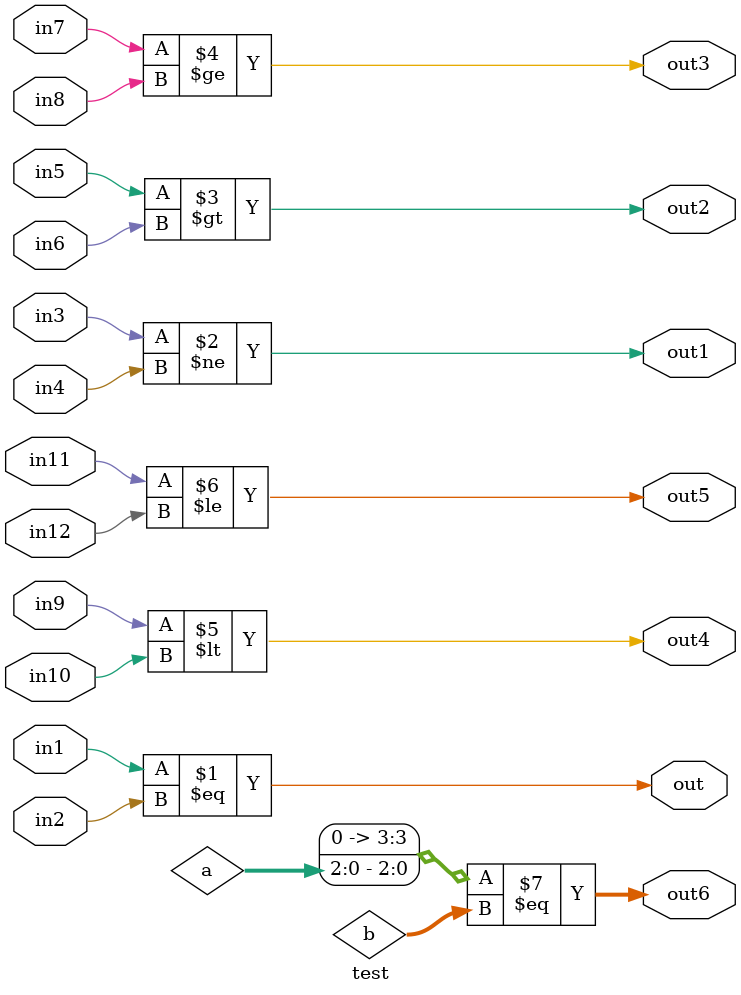
<source format=v>
module test(in1, in2, in3, in4, out1, in5, in6, out2, in7, in8, out3, in9, in10
, out4, in11, in12, out, out5, out6);

input wire in1;
input wire in2;
input wire in3;
input wire in4;
output wire out1;
input wire in5;
input wire in6;
output wire out2;
input wire in7;
input wire in8;
output wire out3;
input wire in9;
input wire in10;
output wire out4;
input wire in11;
input wire in12;
output wire out;
output wire out5;
output wire [1:0]out6;
reg [2:0] a;
reg [3:0] b;
assign out = (in1==in2);
assign out1 = (in3!=in4);
assign out2 = (in5>in6);
assign out3 = (in7>=in8);
assign out4 = (in9<in10);
assign out5 = (in11<=in12);
assign out6[1:0] = ({0, a[2:0]}==b[3:0]);
endmodule

</source>
